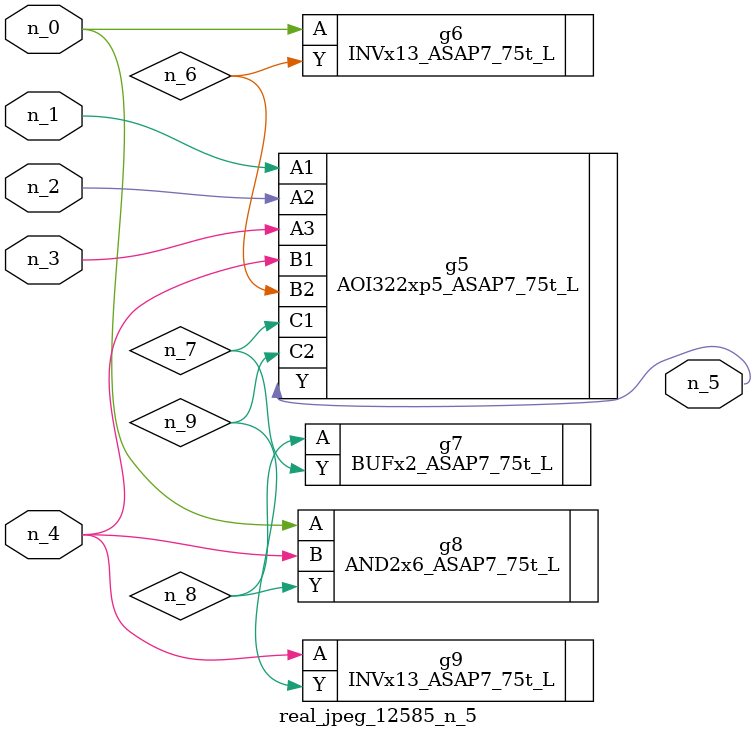
<source format=v>
module real_jpeg_12585_n_5 (n_4, n_0, n_1, n_2, n_3, n_5);

input n_4;
input n_0;
input n_1;
input n_2;
input n_3;

output n_5;

wire n_8;
wire n_6;
wire n_7;
wire n_9;

INVx13_ASAP7_75t_L g6 ( 
.A(n_0),
.Y(n_6)
);

AND2x6_ASAP7_75t_L g8 ( 
.A(n_0),
.B(n_4),
.Y(n_8)
);

AOI322xp5_ASAP7_75t_L g5 ( 
.A1(n_1),
.A2(n_2),
.A3(n_3),
.B1(n_4),
.B2(n_6),
.C1(n_7),
.C2(n_9),
.Y(n_5)
);

INVx13_ASAP7_75t_L g9 ( 
.A(n_4),
.Y(n_9)
);

BUFx2_ASAP7_75t_L g7 ( 
.A(n_8),
.Y(n_7)
);


endmodule
</source>
